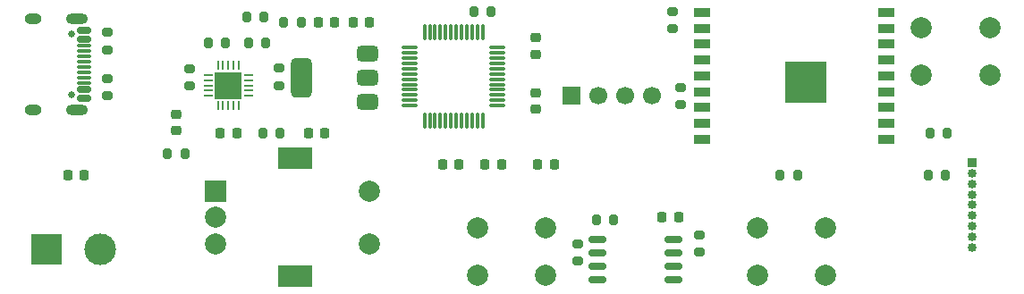
<source format=gts>
G04 #@! TF.GenerationSoftware,KiCad,Pcbnew,9.0.3*
G04 #@! TF.CreationDate,2025-08-18T18:11:48-04:00*
G04 #@! TF.ProjectId,Calender,43616c65-6e64-4657-922e-6b696361645f,rev?*
G04 #@! TF.SameCoordinates,Original*
G04 #@! TF.FileFunction,Soldermask,Top*
G04 #@! TF.FilePolarity,Negative*
%FSLAX46Y46*%
G04 Gerber Fmt 4.6, Leading zero omitted, Abs format (unit mm)*
G04 Created by KiCad (PCBNEW 9.0.3) date 2025-08-18 18:11:48*
%MOMM*%
%LPD*%
G01*
G04 APERTURE LIST*
G04 Aperture macros list*
%AMRoundRect*
0 Rectangle with rounded corners*
0 $1 Rounding radius*
0 $2 $3 $4 $5 $6 $7 $8 $9 X,Y pos of 4 corners*
0 Add a 4 corners polygon primitive as box body*
4,1,4,$2,$3,$4,$5,$6,$7,$8,$9,$2,$3,0*
0 Add four circle primitives for the rounded corners*
1,1,$1+$1,$2,$3*
1,1,$1+$1,$4,$5*
1,1,$1+$1,$6,$7*
1,1,$1+$1,$8,$9*
0 Add four rect primitives between the rounded corners*
20,1,$1+$1,$2,$3,$4,$5,0*
20,1,$1+$1,$4,$5,$6,$7,0*
20,1,$1+$1,$6,$7,$8,$9,0*
20,1,$1+$1,$8,$9,$2,$3,0*%
G04 Aperture macros list end*
%ADD10RoundRect,0.200000X0.275000X-0.200000X0.275000X0.200000X-0.275000X0.200000X-0.275000X-0.200000X0*%
%ADD11RoundRect,0.200000X0.200000X0.275000X-0.200000X0.275000X-0.200000X-0.275000X0.200000X-0.275000X0*%
%ADD12RoundRect,0.225000X-0.250000X0.225000X-0.250000X-0.225000X0.250000X-0.225000X0.250000X0.225000X0*%
%ADD13C,2.000000*%
%ADD14RoundRect,0.375000X0.625000X0.375000X-0.625000X0.375000X-0.625000X-0.375000X0.625000X-0.375000X0*%
%ADD15RoundRect,0.500000X0.500000X1.400000X-0.500000X1.400000X-0.500000X-1.400000X0.500000X-1.400000X0*%
%ADD16RoundRect,0.200000X-0.200000X-0.275000X0.200000X-0.275000X0.200000X0.275000X-0.200000X0.275000X0*%
%ADD17RoundRect,0.062500X0.350000X0.062500X-0.350000X0.062500X-0.350000X-0.062500X0.350000X-0.062500X0*%
%ADD18RoundRect,0.062500X0.062500X0.350000X-0.062500X0.350000X-0.062500X-0.350000X0.062500X-0.350000X0*%
%ADD19R,2.500000X2.500000*%
%ADD20R,3.000000X3.000000*%
%ADD21C,3.000000*%
%ADD22RoundRect,0.225000X-0.225000X-0.250000X0.225000X-0.250000X0.225000X0.250000X-0.225000X0.250000X0*%
%ADD23R,0.850000X0.850000*%
%ADD24C,0.850000*%
%ADD25R,2.000000X2.000000*%
%ADD26R,3.200000X2.000000*%
%ADD27RoundRect,0.225000X0.250000X-0.225000X0.250000X0.225000X-0.250000X0.225000X-0.250000X-0.225000X0*%
%ADD28RoundRect,0.200000X-0.275000X0.200000X-0.275000X-0.200000X0.275000X-0.200000X0.275000X0.200000X0*%
%ADD29RoundRect,0.225000X0.225000X0.250000X-0.225000X0.250000X-0.225000X-0.250000X0.225000X-0.250000X0*%
%ADD30R,1.500000X0.900000*%
%ADD31R,4.000000X4.000000*%
%ADD32RoundRect,0.075000X-0.662500X-0.075000X0.662500X-0.075000X0.662500X0.075000X-0.662500X0.075000X0*%
%ADD33RoundRect,0.075000X-0.075000X-0.662500X0.075000X-0.662500X0.075000X0.662500X-0.075000X0.662500X0*%
%ADD34C,0.650000*%
%ADD35RoundRect,0.150000X-0.500000X0.150000X-0.500000X-0.150000X0.500000X-0.150000X0.500000X0.150000X0*%
%ADD36RoundRect,0.075000X-0.575000X0.075000X-0.575000X-0.075000X0.575000X-0.075000X0.575000X0.075000X0*%
%ADD37O,2.100000X1.000000*%
%ADD38O,1.600000X1.000000*%
%ADD39RoundRect,0.162500X-0.650000X-0.162500X0.650000X-0.162500X0.650000X0.162500X-0.650000X0.162500X0*%
%ADD40R,1.700000X1.700000*%
%ADD41C,1.700000*%
G04 APERTURE END LIST*
D10*
G04 #@! TO.C,R9*
X206000000Y-117650000D03*
X206000000Y-116000000D03*
G04 #@! TD*
D11*
G04 #@! TO.C,R12*
X232000000Y-127500000D03*
X230350000Y-127500000D03*
G04 #@! TD*
D12*
G04 #@! TO.C,C8*
X193000000Y-118500000D03*
X193000000Y-120050000D03*
G04 #@! TD*
D13*
G04 #@! TO.C,SW3*
X214000000Y-136500000D03*
X220500000Y-136500000D03*
X214000000Y-141000000D03*
X220500000Y-141000000D03*
G04 #@! TD*
D14*
G04 #@! TO.C,U4*
X177150000Y-124575000D03*
X177150000Y-122275000D03*
D15*
X170850000Y-122275000D03*
D14*
X177150000Y-119975000D03*
G04 #@! TD*
D16*
G04 #@! TO.C,R8*
X167175000Y-127500000D03*
X168825000Y-127500000D03*
G04 #@! TD*
D10*
G04 #@! TO.C,R18*
X197000000Y-139650000D03*
X197000000Y-138000000D03*
G04 #@! TD*
D17*
G04 #@! TO.C,U3*
X165875000Y-124000000D03*
X165875000Y-123500000D03*
X165875000Y-123000000D03*
X165875000Y-122500000D03*
X165875000Y-122000000D03*
D18*
X164937500Y-121062500D03*
X164437500Y-121062500D03*
X163937500Y-121062500D03*
X163437500Y-121062500D03*
X162937500Y-121062500D03*
D17*
X162000000Y-122000000D03*
X162000000Y-122500000D03*
X162000000Y-123000000D03*
X162000000Y-123500000D03*
X162000000Y-124000000D03*
D18*
X162937500Y-124937500D03*
X163437500Y-124937500D03*
X163937500Y-124937500D03*
X164437500Y-124937500D03*
X164937500Y-124937500D03*
D19*
X163937500Y-123000000D03*
G04 #@! TD*
D10*
G04 #@! TO.C,R19*
X206783327Y-124824268D03*
X206783327Y-123174268D03*
G04 #@! TD*
D20*
G04 #@! TO.C,J3*
X146685578Y-138500000D03*
D21*
X151765578Y-138500000D03*
G04 #@! TD*
D22*
G04 #@! TO.C,C5*
X175725000Y-117000000D03*
X177275000Y-117000000D03*
G04 #@! TD*
D23*
G04 #@! TO.C,J1*
X234345000Y-130340000D03*
D24*
X234345000Y-131340000D03*
X234345000Y-132340000D03*
X234345000Y-133340000D03*
X234345000Y-134340000D03*
X234345000Y-135340000D03*
X234345000Y-136340000D03*
X234345000Y-137340000D03*
X234345000Y-138340000D03*
G04 #@! TD*
D25*
G04 #@! TO.C,SW1*
X162750000Y-133000000D03*
D13*
X162750000Y-138000000D03*
X162750000Y-135500000D03*
D26*
X170250000Y-129900000D03*
X170250000Y-141100000D03*
D13*
X177250000Y-138000000D03*
X177250000Y-133000000D03*
G04 #@! TD*
D16*
G04 #@! TO.C,R7*
X165675000Y-116500000D03*
X167325000Y-116500000D03*
G04 #@! TD*
G04 #@! TO.C,R3*
X165850000Y-119000000D03*
X167500000Y-119000000D03*
G04 #@! TD*
D27*
G04 #@! TO.C,C2*
X159000000Y-127275000D03*
X159000000Y-125725000D03*
G04 #@! TD*
D22*
G04 #@! TO.C,C9*
X188225000Y-130500000D03*
X189775000Y-130500000D03*
G04 #@! TD*
D28*
G04 #@! TO.C,R13*
X168720849Y-121348158D03*
X168720849Y-122998158D03*
G04 #@! TD*
D22*
G04 #@! TO.C,C11*
X172450000Y-117000000D03*
X174000000Y-117000000D03*
G04 #@! TD*
D16*
G04 #@! TO.C,R6*
X158175000Y-129500000D03*
X159825000Y-129500000D03*
G04 #@! TD*
D29*
G04 #@! TO.C,C1*
X150275000Y-131500000D03*
X148725000Y-131500000D03*
G04 #@! TD*
D11*
G04 #@! TO.C,R14*
X188825000Y-116000000D03*
X187175000Y-116000000D03*
G04 #@! TD*
D22*
G04 #@! TO.C,C3*
X171500000Y-127500000D03*
X173050000Y-127500000D03*
G04 #@! TD*
D11*
G04 #@! TO.C,R4*
X163650000Y-119000000D03*
X162000000Y-119000000D03*
G04 #@! TD*
D13*
G04 #@! TO.C,SW2*
X229500000Y-117500000D03*
X236000000Y-117500000D03*
X229500000Y-122000000D03*
X236000000Y-122000000D03*
G04 #@! TD*
D30*
G04 #@! TO.C,U5*
X208750000Y-116100000D03*
X208750000Y-117600000D03*
X208750000Y-119100000D03*
X208750000Y-120600000D03*
X208750000Y-122100000D03*
X208750000Y-123600000D03*
X208750000Y-125100000D03*
X208750000Y-126600000D03*
X208750000Y-128100000D03*
X226250000Y-128100000D03*
X226250000Y-126600000D03*
X226250000Y-125100000D03*
X226250000Y-123600000D03*
X226250000Y-122100000D03*
X226250000Y-120600000D03*
X226250000Y-119100000D03*
X226250000Y-117600000D03*
X226250000Y-116100000D03*
D31*
X218600000Y-122710000D03*
G04 #@! TD*
D22*
G04 #@! TO.C,C10*
X184225000Y-130500000D03*
X185775000Y-130500000D03*
G04 #@! TD*
D28*
G04 #@! TO.C,R2*
X152500000Y-122350000D03*
X152500000Y-124000000D03*
G04 #@! TD*
D29*
G04 #@! TO.C,C4*
X164712500Y-127500000D03*
X163162500Y-127500000D03*
G04 #@! TD*
D10*
G04 #@! TO.C,R5*
X160286010Y-123041711D03*
X160286010Y-121391711D03*
G04 #@! TD*
D32*
G04 #@! TO.C,U1*
X181087500Y-119412500D03*
X181087500Y-119912500D03*
X181087500Y-120412500D03*
X181087500Y-120912500D03*
X181087500Y-121412500D03*
X181087500Y-121912500D03*
X181087500Y-122412500D03*
X181087500Y-122912500D03*
X181087500Y-123412500D03*
X181087500Y-123912500D03*
X181087500Y-124412500D03*
X181087500Y-124912500D03*
D33*
X182500000Y-126325000D03*
X183000000Y-126325000D03*
X183500000Y-126325000D03*
X184000000Y-126325000D03*
X184500000Y-126325000D03*
X185000000Y-126325000D03*
X185500000Y-126325000D03*
X186000000Y-126325000D03*
X186500000Y-126325000D03*
X187000000Y-126325000D03*
X187500000Y-126325000D03*
X188000000Y-126325000D03*
D32*
X189412500Y-124912500D03*
X189412500Y-124412500D03*
X189412500Y-123912500D03*
X189412500Y-123412500D03*
X189412500Y-122912500D03*
X189412500Y-122412500D03*
X189412500Y-121912500D03*
X189412500Y-121412500D03*
X189412500Y-120912500D03*
X189412500Y-120412500D03*
X189412500Y-119912500D03*
X189412500Y-119412500D03*
D33*
X188000000Y-118000000D03*
X187500000Y-118000000D03*
X187000000Y-118000000D03*
X186500000Y-118000000D03*
X186000000Y-118000000D03*
X185500000Y-118000000D03*
X185000000Y-118000000D03*
X184500000Y-118000000D03*
X184000000Y-118000000D03*
X183500000Y-118000000D03*
X183000000Y-118000000D03*
X182500000Y-118000000D03*
G04 #@! TD*
D34*
G04 #@! TO.C,J2*
X149105000Y-118110000D03*
X149105000Y-123890000D03*
D35*
X150245000Y-117800000D03*
X150245000Y-118600000D03*
D36*
X150245000Y-119750000D03*
X150245000Y-120750000D03*
X150245000Y-121250000D03*
X150245000Y-122250000D03*
D35*
X150245000Y-123400000D03*
X150245000Y-124200000D03*
X150245000Y-124200000D03*
X150245000Y-123400000D03*
D36*
X150245000Y-122750000D03*
X150245000Y-121750000D03*
X150245000Y-120250000D03*
X150245000Y-119250000D03*
D35*
X150245000Y-118600000D03*
X150245000Y-117800000D03*
D37*
X149605000Y-116680000D03*
D38*
X145425000Y-116680000D03*
D37*
X149605000Y-125320000D03*
D38*
X145425000Y-125320000D03*
G04 #@! TD*
D27*
G04 #@! TO.C,C6*
X193000000Y-125275000D03*
X193000000Y-123725000D03*
G04 #@! TD*
D22*
G04 #@! TO.C,C7*
X193225000Y-130500000D03*
X194775000Y-130500000D03*
G04 #@! TD*
D16*
G04 #@! TO.C,R10*
X216175000Y-131500000D03*
X217825000Y-131500000D03*
G04 #@! TD*
D11*
G04 #@! TO.C,R15*
X170825000Y-117000000D03*
X169175000Y-117000000D03*
G04 #@! TD*
D39*
G04 #@! TO.C,U6*
X198912500Y-137595000D03*
X198912500Y-138865000D03*
X198912500Y-140135000D03*
X198912500Y-141405000D03*
X206087500Y-141405000D03*
X206087500Y-140135000D03*
X206087500Y-138865000D03*
X206087500Y-137595000D03*
G04 #@! TD*
D28*
G04 #@! TO.C,R1*
X152500000Y-118000000D03*
X152500000Y-119650000D03*
G04 #@! TD*
D40*
G04 #@! TO.C,J4*
X196380000Y-124000000D03*
D41*
X198920000Y-124000000D03*
X201460000Y-124000000D03*
X204000000Y-124000000D03*
G04 #@! TD*
D10*
G04 #@! TO.C,R16*
X208500000Y-138825000D03*
X208500000Y-137175000D03*
G04 #@! TD*
D29*
G04 #@! TO.C,C12*
X206550000Y-135500000D03*
X205000000Y-135500000D03*
G04 #@! TD*
D16*
G04 #@! TO.C,R11*
X230175000Y-131500000D03*
X231825000Y-131500000D03*
G04 #@! TD*
G04 #@! TO.C,R17*
X198754035Y-135743024D03*
X200404035Y-135743024D03*
G04 #@! TD*
D13*
G04 #@! TO.C,SW4*
X187500000Y-136500000D03*
X194000000Y-136500000D03*
X187500000Y-141000000D03*
X194000000Y-141000000D03*
G04 #@! TD*
M02*

</source>
